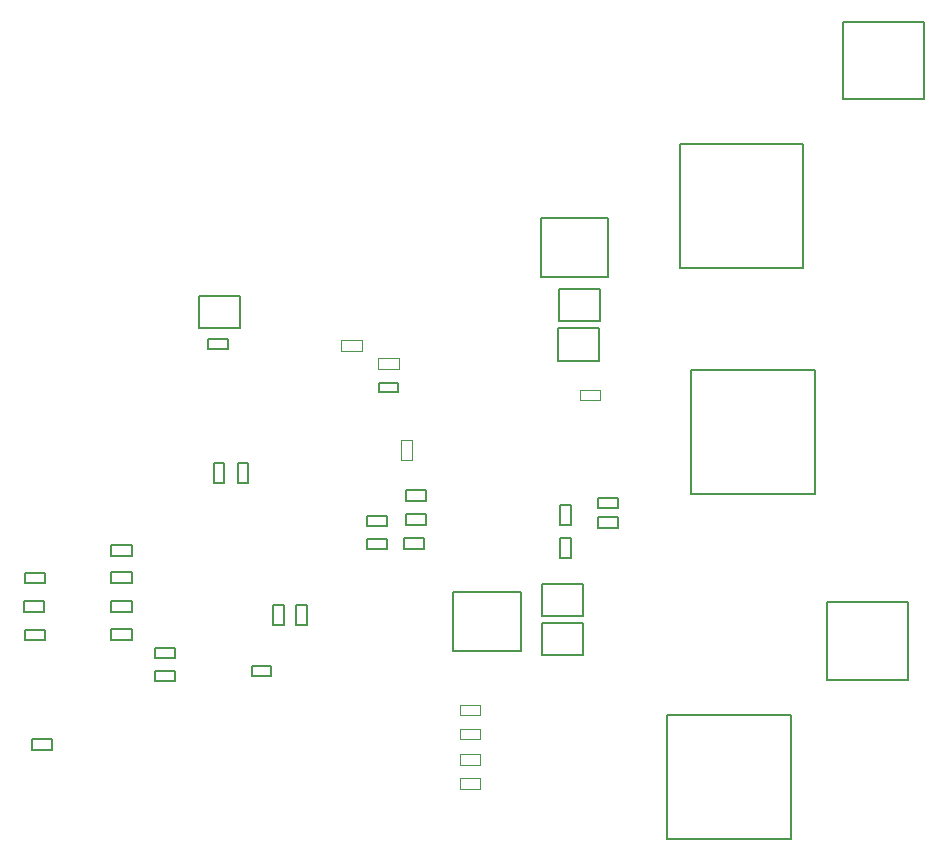
<source format=gbr>
%FSTAX23Y23*%
%MOIN*%
%SFA1B1*%

%IPPOS*%
%ADD15C,0.007870*%
%ADD119C,0.003940*%
%LNpcb_bottom_3d_body-1*%
%LPD*%
G54D15*
X04687Y02656D02*
X04722D01*
X04687D02*
Y02723D01*
X04722*
Y02656D02*
Y02723D01*
X05084Y03513D02*
Y03926D01*
X05497*
Y03513D02*
Y03926D01*
X05084Y03513D02*
X05497D01*
X0319Y02271D02*
Y02308D01*
X03259*
Y02271D02*
Y02308D01*
X0319Y02271D02*
X03259D01*
X02926Y01907D02*
Y01942D01*
X02993*
Y01907D02*
Y01942D01*
X02926Y01907D02*
X02993D01*
X05629Y04075D02*
X059D01*
Y04334*
X05629D02*
X059D01*
X05629Y04075D02*
Y04334D01*
X05576Y02139D02*
X05847D01*
Y02399*
X05576D02*
X05847D01*
X05576Y02139D02*
Y02399D01*
X04171Y02772D02*
X04238D01*
X04171Y02737D02*
Y02772D01*
Y02737D02*
X04238D01*
Y02772*
X04171Y02692D02*
X04238D01*
X04171Y02657D02*
Y02692D01*
Y02657D02*
X04238D01*
Y02692*
X04166Y02612D02*
X04233D01*
X04166Y02577D02*
Y02612D01*
Y02577D02*
X04233D01*
Y02612*
X03481Y03418D02*
X03618D01*
X03481Y03311D02*
Y03418D01*
Y03311D02*
X03618D01*
Y03418*
X04083Y0313D02*
X04146D01*
X04083Y03099D02*
Y0313D01*
Y03099D02*
X04146D01*
Y0313*
X03511Y03277D02*
X03578D01*
X03511Y03242D02*
Y03277D01*
Y03242D02*
X03578D01*
Y03277*
X02901Y02307D02*
X02968D01*
X02901Y02272D02*
Y02307D01*
Y02272D02*
X02968D01*
Y02307*
X02901Y02497D02*
X02968D01*
X02901Y02462D02*
Y02497D01*
Y02462D02*
X02968D01*
Y02497*
X02898Y02402D02*
X02965D01*
X02898Y02367D02*
Y02402D01*
Y02367D02*
X02965D01*
Y02402*
X04043Y02575D02*
X0411D01*
Y0261*
X04043D02*
X0411D01*
X04043Y02575D02*
Y0261D01*
X03647Y02796D02*
Y02863D01*
X03612D02*
X03647D01*
X03612Y02796D02*
Y02863D01*
Y02796D02*
X03647D01*
X03765Y02321D02*
Y02388D01*
X0373D02*
X03765D01*
X0373Y02321D02*
Y02388D01*
Y02321D02*
X03765D01*
X03842D02*
Y02388D01*
X03807D02*
X03842D01*
X03807Y02321D02*
Y02388D01*
Y02321D02*
X03842D01*
X03336Y02247D02*
X03403D01*
X03336Y02212D02*
Y02247D01*
Y02212D02*
X03403D01*
Y02247*
X03567Y02796D02*
Y02863D01*
X03532D02*
X03567D01*
X03532Y02796D02*
Y02863D01*
Y02796D02*
X03567D01*
X04041Y02652D02*
X04108D01*
Y02687*
X04041D02*
X04108D01*
X04041Y02652D02*
Y02687D01*
X03336Y0217D02*
X03403D01*
X03336Y02135D02*
Y0217D01*
Y02135D02*
X03403D01*
Y0217*
X03658Y02185D02*
X03721D01*
X03658Y02154D02*
Y02185D01*
Y02154D02*
X03721D01*
Y02185*
X04811Y02747D02*
X04878D01*
X04811Y02712D02*
Y02747D01*
Y02712D02*
X04878D01*
Y02747*
X04811Y02682D02*
X04878D01*
X04811Y02647D02*
Y02682D01*
Y02647D02*
X04878D01*
Y02682*
X04722Y02546D02*
Y02613D01*
X04687D02*
X04722D01*
X04687Y02546D02*
Y02613D01*
Y02546D02*
X04722D01*
X04678Y03204D02*
X04816D01*
Y03311*
X04678D02*
X04816D01*
X04678Y03204D02*
Y03311D01*
X04626Y02221D02*
X04763D01*
Y02328*
X04626D02*
X04763D01*
X04626Y02221D02*
Y02328D01*
Y02353D02*
X04763D01*
Y0246*
X04626D02*
X04763D01*
X04626Y02353D02*
Y0246D01*
X0433Y02433D02*
X04555D01*
X0433Y02236D02*
Y02433D01*
Y02236D02*
X04555D01*
Y02433*
X04622Y03482D02*
X04847D01*
Y03679*
X04622D02*
X04847D01*
X04622Y03482D02*
Y03679D01*
X04681Y03336D02*
X04818D01*
Y03443*
X04681D02*
X04818D01*
X04681Y03336D02*
Y03443D01*
X0319Y02551D02*
X03259D01*
Y02588*
X0319D02*
X03259D01*
X0319Y02551D02*
Y02588D01*
Y02461D02*
X03259D01*
Y02498*
X0319D02*
X03259D01*
X0319Y02461D02*
Y02498D01*
Y02366D02*
X03259D01*
Y02403*
X0319D02*
X03259D01*
X0319Y02366D02*
Y02403D01*
X05043Y01608D02*
X05456D01*
Y02021*
X05043D02*
X05456D01*
X05043Y01608D02*
Y02021D01*
X05123Y02758D02*
X05536D01*
Y03171*
X05123D02*
X05536D01*
X05123Y02758D02*
Y03171D01*
G54D119*
X03955Y03236D02*
Y03273D01*
X04024Y03236D02*
Y03273D01*
X03955Y03236D02*
X04024D01*
X03955Y03273D02*
X04024D01*
X04751Y03072D02*
Y03107D01*
X04818Y03072D02*
Y03107D01*
X04751Y03072D02*
X04818D01*
X04751Y03107D02*
X04818D01*
X04351Y02057D02*
X04418D01*
X04351Y02022D02*
X04418D01*
Y02057*
X04351Y02022D02*
Y02057D01*
Y01977D02*
X04418D01*
X04351Y01942D02*
X04418D01*
Y01977*
X04351Y01942D02*
Y01977D01*
Y01812D02*
X04418D01*
X04351Y01777D02*
X04418D01*
Y01812*
X04351Y01777D02*
Y01812D01*
Y01892D02*
X04418D01*
X04351Y01857D02*
X04418D01*
Y01892*
X04351Y01857D02*
Y01892D01*
X04157Y02871D02*
X04192D01*
X04157Y02938D02*
X04192D01*
Y02871D02*
Y02938D01*
X04157Y02871D02*
Y02938D01*
X0408Y03176D02*
X04149D01*
X0408Y03213D02*
X04149D01*
X0408Y03176D02*
Y03213D01*
X04149Y03176D02*
Y03213D01*
M02*
</source>
